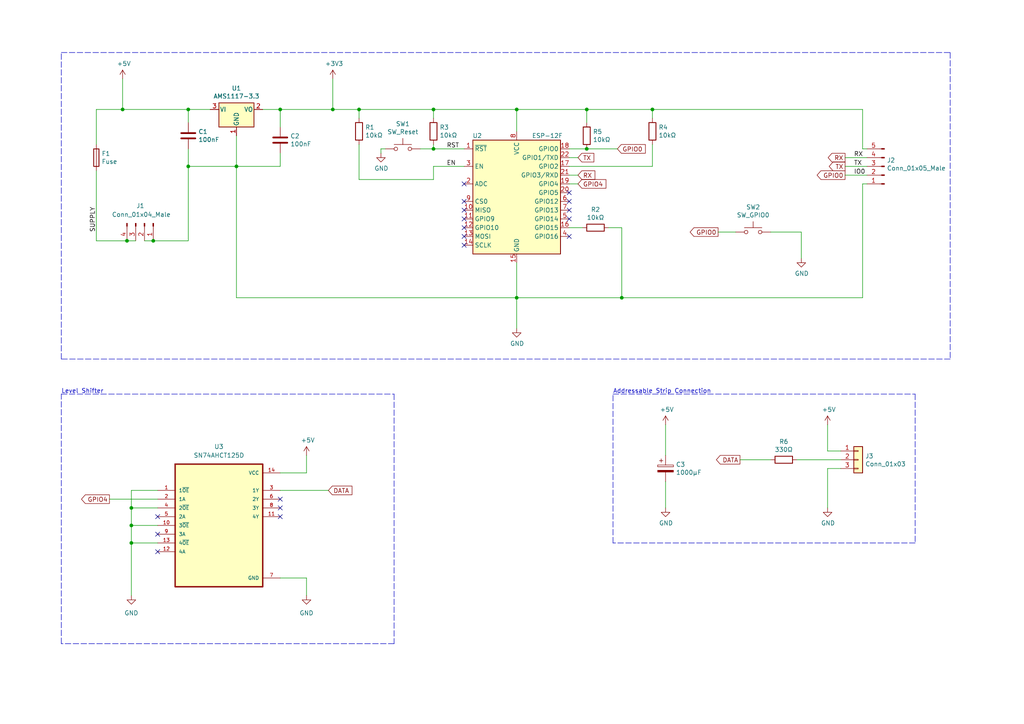
<source format=kicad_sch>
(kicad_sch (version 20211123) (generator eeschema)
  (paper "A4")
  (title_block (title "WS2812 Controller") (date "2022-01-30") (rev "0.6") (company "haus-automatisierung.com") (comment 1 "Matthias Kleine"))
  (lib_symbols
    (symbol "Connector:Conn_01x04_Male" (pin_names (offset 1.016) hide)
      (property "Reference" "J" (at 0 5.08 0))
      (property "Value" "Conn_01x04_Male" (at 0 -7.62 0))
      (symbol "Conn_01x04_Male_1_1"
        (polyline (pts (xy 1.27 -5.08) (xy 0.8636 -5.08)) (stroke (width 0.1524)))
        (polyline (pts (xy 1.27 -2.54) (xy 0.8636 -2.54)) (stroke (width 0.1524)))
        (polyline (pts (xy 1.27 0) (xy 0.8636 0)) (stroke (width 0.1524)))
        (polyline (pts (xy 1.27 2.54) (xy 0.8636 2.54)) (stroke (width 0.1524)))
        (rectangle (start 0.8636 -4.953) (end 0 -5.207) (stroke (width 0.1524)) (fill (type outline)))
        (rectangle (start 0.8636 -2.413) (end 0 -2.667) (stroke (width 0.1524)) (fill (type outline)))
        (rectangle (start 0.8636 0.127) (end 0 -0.127) (stroke (width 0.1524)) (fill (type outline)))
        (rectangle (start 0.8636 2.667) (end 0 2.413) (stroke (width 0.1524)) (fill (type outline)))
        (pin passive line (at 5.08 2.54 180) (length 3.81) (name "Pin_1") (number "1"))
        (pin passive line (at 5.08 0 180) (length 3.81) (name "Pin_2") (number "2"))
        (pin passive line (at 5.08 -2.54 180) (length 3.81) (name "Pin_3") (number "3"))
        (pin passive line (at 5.08 -5.08 180) (length 3.81) (name "Pin_4") (number "4"))
      )
    )
    (symbol "Connector:Conn_01x05_Male" (pin_names (offset 1.016) hide)
      (property "Reference" "J" (at 0 7.62 0))
      (property "Value" "Conn_01x05_Male" (at 0 -7.62 0))
      (symbol "Conn_01x05_Male_1_1"
        (polyline (pts (xy 1.27 -5.08) (xy 0.8636 -5.08)) (stroke (width 0.1524)))
        (polyline (pts (xy 1.27 -2.54) (xy 0.8636 -2.54)) (stroke (width 0.1524)))
        (polyline (pts (xy 1.27 0) (xy 0.8636 0)) (stroke (width 0.1524)))
        (polyline (pts (xy 1.27 2.54) (xy 0.8636 2.54)) (stroke (width 0.1524)))
        (polyline (pts (xy 1.27 5.08) (xy 0.8636 5.08)) (stroke (width 0.1524)))
        (rectangle (start 0.8636 -4.953) (end 0 -5.207) (stroke (width 0.1524)) (fill (type outline)))
        (rectangle (start 0.8636 -2.413) (end 0 -2.667) (stroke (width 0.1524)) (fill (type outline)))
        (rectangle (start 0.8636 0.127) (end 0 -0.127) (stroke (width 0.1524)) (fill (type outline)))
        (rectangle (start 0.8636 2.667) (end 0 2.413) (stroke (width 0.1524)) (fill (type outline)))
        (rectangle (start 0.8636 5.207) (end 0 4.953) (stroke (width 0.1524)) (fill (type outline)))
        (pin passive line (at 5.08 5.08 180) (length 3.81) (name "Pin_1") (number "1"))
        (pin passive line (at 5.08 2.54 180) (length 3.81) (name "Pin_2") (number "2"))
        (pin passive line (at 5.08 0 180) (length 3.81) (name "Pin_3") (number "3"))
        (pin passive line (at 5.08 -2.54 180) (length 3.81) (name "Pin_4") (number "4"))
        (pin passive line (at 5.08 -5.08 180) (length 3.81) (name "Pin_5") (number "5"))
      )
    )
    (symbol "Connector_Generic:Conn_01x03" (pin_names (offset 1.016) hide)
      (property "Reference" "J" (at 0 5.08 0))
      (property "Value" "Conn_01x03" (at 0 -5.08 0))
      (symbol "Conn_01x03_1_1"
        (rectangle (start -1.27 -2.413) (end 0 -2.667) (stroke (width 0.1524)))
        (rectangle (start -1.27 0.127) (end 0 -0.127) (stroke (width 0.1524)))
        (rectangle (start -1.27 2.667) (end 0 2.413) (stroke (width 0.1524)))
        (rectangle (start -1.27 3.81) (end 1.27 -3.81) (stroke (width 0.254)) (fill (type background)))
        (pin passive line (at -5.08 2.54 0) (length 3.81) (name "Pin_1") (number "1"))
        (pin passive line (at -5.08 0 0) (length 3.81) (name "Pin_2") (number "2"))
        (pin passive line (at -5.08 -2.54 0) (length 3.81) (name "Pin_3") (number "3"))
      )
    )
    (symbol "Device:C" (pin_numbers hide) (pin_names (offset 0.254))
      (property "Reference" "C" (at 0.635 2.54 0))
      (property "Value" "C" (at 0.635 -2.54 0))
      (symbol "C_0_1"
        (polyline (pts (xy -2.032 -0.762) (xy 2.032 -0.762)) (stroke (width 0.508)))
        (polyline (pts (xy -2.032 0.762) (xy 2.032 0.762)) (stroke (width 0.508)))
      )
      (symbol "C_1_1"
        (pin passive line (at 0 3.81 270) (length 2.794) (name "~") (number "1"))
        (pin passive line (at 0 -3.81 90) (length 2.794) (name "~") (number "2"))
      )
    )
    (symbol "Device:CP" (pin_numbers hide) (pin_names (offset 0.254))
      (property "Reference" "C" (at 0.635 2.54 0))
      (property "Value" "Device_CP" (at 0.635 -2.54 0))
      (symbol "CP_0_1"
        (rectangle (start -2.286 0.508) (end 2.286 1.016))
        (polyline (pts (xy -1.778 2.286) (xy -0.762 2.286)))
        (polyline (pts (xy -1.27 2.794) (xy -1.27 1.778)))
        (rectangle (start 2.286 -0.508) (end -2.286 -1.016) (fill (type outline)))
      )
      (symbol "CP_1_1"
        (pin passive line (at 0 3.81 270) (length 2.794) (name "~") (number "1"))
        (pin passive line (at 0 -3.81 90) (length 2.794) (name "~") (number "2"))
      )
    )
    (symbol "Device:Fuse" (pin_numbers hide) (pin_names (offset 0))
      (property "Reference" "F" (at 2.032 0 90))
      (property "Value" "Fuse" (at -1.905 0 90))
      (symbol "Fuse_0_1"
        (rectangle (start -0.762 -2.54) (end 0.762 2.54) (stroke (width 0.254)))
        (polyline (pts (xy 0 2.54) (xy 0 -2.54)))
      )
      (symbol "Fuse_1_1"
        (pin passive line (at 0 3.81 270) (length 1.27) (name "~") (number "1"))
        (pin passive line (at 0 -3.81 90) (length 1.27) (name "~") (number "2"))
      )
    )
    (symbol "Device:R" (pin_numbers hide) (pin_names (offset 0))
      (property "Reference" "R" (at 2.032 0 90))
      (property "Value" "R" (at 0 0 90))
      (symbol "R_0_1"
        (rectangle (start -1.016 -2.54) (end 1.016 2.54) (stroke (width 0.254)))
      )
      (symbol "R_1_1"
        (pin passive line (at 0 3.81 270) (length 1.27) (name "~") (number "1"))
        (pin passive line (at 0 -3.81 90) (length 1.27) (name "~") (number "2"))
      )
    )
    (symbol "RF_Module:ESP-12F"
      (property "Reference" "U" (at -12.7 19.05 0))
      (property "Value" "ESP-12F" (at 12.7 19.05 0))
      (symbol "ESP-12F_0_1"
        (rectangle (start -12.7 17.78) (end 12.7 -15.24) (stroke (width 0.254)) (fill (type background)))
      )
      (symbol "ESP-12F_1_1"
        (pin input line (at -15.24 15.24 0) (length 2.54) (name "~{RST}") (number "1"))
        (pin bidirectional line (at -15.24 -2.54 0) (length 2.54) (name "MISO") (number "10"))
        (pin bidirectional line (at -15.24 -5.08 0) (length 2.54) (name "GPIO9") (number "11"))
        (pin bidirectional line (at -15.24 -7.62 0) (length 2.54) (name "GPIO10") (number "12"))
        (pin bidirectional line (at -15.24 -10.16 0) (length 2.54) (name "MOSI") (number "13"))
        (pin bidirectional line (at -15.24 -12.7 0) (length 2.54) (name "SCLK") (number "14"))
        (pin power_in line (at 0 -17.78 90) (length 2.54) (name "GND") (number "15"))
        (pin bidirectional line (at 15.24 -7.62 180) (length 2.54) (name "GPIO15") (number "16"))
        (pin bidirectional line (at 15.24 10.16 180) (length 2.54) (name "GPIO2") (number "17"))
        (pin bidirectional line (at 15.24 15.24 180) (length 2.54) (name "GPIO0") (number "18"))
        (pin bidirectional line (at 15.24 5.08 180) (length 2.54) (name "GPIO4") (number "19"))
        (pin input line (at -15.24 5.08 0) (length 2.54) (name "ADC") (number "2"))
        (pin bidirectional line (at 15.24 2.54 180) (length 2.54) (name "GPIO5") (number "20"))
        (pin bidirectional line (at 15.24 7.62 180) (length 2.54) (name "GPIO3/RXD") (number "21"))
        (pin bidirectional line (at 15.24 12.7 180) (length 2.54) (name "GPIO1/TXD") (number "22"))
        (pin input line (at -15.24 10.16 0) (length 2.54) (name "EN") (number "3"))
        (pin bidirectional line (at 15.24 -10.16 180) (length 2.54) (name "GPIO16") (number "4"))
        (pin bidirectional line (at 15.24 -5.08 180) (length 2.54) (name "GPIO14") (number "5"))
        (pin bidirectional line (at 15.24 0 180) (length 2.54) (name "GPIO12") (number "6"))
        (pin bidirectional line (at 15.24 -2.54 180) (length 2.54) (name "GPIO13") (number "7"))
        (pin power_in line (at 0 20.32 270) (length 2.54) (name "VCC") (number "8"))
        (pin input line (at -15.24 0 0) (length 2.54) (name "CS0") (number "9"))
      )
    )
    (symbol "Regulator_Linear:AMS1117-3.3" (pin_names (offset 0.254))
      (property "Reference" "U" (at -3.81 3.175 0))
      (property "Value" "AMS1117-3.3" (at 0 3.175 0))
      (symbol "AMS1117-3.3_0_1"
        (rectangle (start -5.08 -5.08) (end 5.08 1.905) (stroke (width 0.254)) (fill (type background)))
      )
      (symbol "AMS1117-3.3_1_1"
        (pin power_in line (at 0 -7.62 90) (length 2.54) (name "GND") (number "1"))
        (pin power_out line (at 7.62 0 180) (length 2.54) (name "VO") (number "2"))
        (pin power_in line (at -7.62 0 0) (length 2.54) (name "VI") (number "3"))
      )
    )
    (symbol "SN74AHCT125D:SN74AHCT125D" (pin_names (offset 1.016))
      (property "Reference" "U" (at -1.27 17.78 0))
      (property "Value" "SN74AHCT125D" (at -7.62 -20.32 0))
      (symbol "SN74AHCT125D_0_0"
        (rectangle (start -12.7 -17.78) (end 12.7 17.78) (stroke (width 0.41)) (fill (type background)))
        (pin input line (at -17.78 10.16 0) (length 5.08) (name "1~{OE}") (number "1"))
        (pin input line (at -17.78 0 0) (length 5.08) (name "3~{OE}") (number "10"))
        (pin output line (at 17.78 2.54 180) (length 5.08) (name "4Y") (number "11"))
        (pin input line (at -17.78 -7.62 0) (length 5.08) (name "4A") (number "12"))
        (pin input line (at -17.78 -5.08 0) (length 5.08) (name "4~{OE}") (number "13"))
        (pin power_in line (at 17.78 15.24 180) (length 5.08) (name "VCC") (number "14"))
        (pin input line (at -17.78 7.62 0) (length 5.08) (name "1A") (number "2"))
        (pin output line (at 17.78 10.16 180) (length 5.08) (name "1Y") (number "3"))
        (pin input line (at -17.78 5.08 0) (length 5.08) (name "2~{OE}") (number "4"))
        (pin input line (at -17.78 2.54 0) (length 5.08) (name "2A") (number "5"))
        (pin output line (at 17.78 7.62 180) (length 5.08) (name "2Y") (number "6"))
        (pin power_in line (at 17.78 -15.24 180) (length 5.08) (name "GND") (number "7"))
        (pin output line (at 17.78 5.08 180) (length 5.08) (name "3Y") (number "8"))
        (pin input line (at -17.78 -2.54 0) (length 5.08) (name "3A") (number "9"))
      )
    )
    (symbol "Switch:SW_Push" (pin_numbers hide) (pin_names (offset 1.016) hide)
      (property "Reference" "SW" (at 1.27 2.54 0))
      (property "Value" "SW_Push" (at 0 -1.524 0))
      (symbol "SW_Push_0_1"
        (circle (center -2.032 0) (radius 0.508))
        (polyline (pts (xy 0 1.27) (xy 0 3.048)))
        (polyline (pts (xy 2.54 1.27) (xy -2.54 1.27)))
        (circle (center 2.032 0) (radius 0.508))
        (pin passive line (at -5.08 0 0) (length 2.54) (name "1") (number "1"))
        (pin passive line (at 5.08 0 180) (length 2.54) (name "2") (number "2"))
      )
    )
    (symbol "power:+3V3" (power) (pin_names (offset 0))
      (property "Value" "+3V3" (at 0 3.556 0))
      (symbol "+3V3_0_1"
        (polyline (pts (xy -0.762 1.27) (xy 0 2.54)))
        (polyline (pts (xy 0 0) (xy 0 2.54)))
        (polyline (pts (xy 0 2.54) (xy 0.762 1.27)))
      )
      (symbol "+3V3_1_1"
        (pin power_in line (at 0 0 90) (length 0) hide (name "+3V3") (number "1"))
      )
    )
    (symbol "power:+5V" (power) (pin_names (offset 0))
      (property "Value" "+5V" (at 0 3.556 0))
      (symbol "+5V_0_1"
        (polyline (pts (xy -0.762 1.27) (xy 0 2.54)))
        (polyline (pts (xy 0 0) (xy 0 2.54)))
        (polyline (pts (xy 0 2.54) (xy 0.762 1.27)))
      )
      (symbol "+5V_1_1"
        (pin power_in line (at 0 0 90) (length 0) hide (name "+5V") (number "1"))
      )
    )
    (symbol "power:GND" (power) (pin_names (offset 0))
      (property "Value" "GND" (at 0 -3.81 0))
      (symbol "GND_0_1"
        (polyline (pts (xy 0 0) (xy 0 -1.27) (xy 1.27 -1.27) (xy 0 -2.54) (xy -1.27 -1.27) (xy 0 -1.27)))
      )
      (symbol "GND_1_1"
        (pin power_in line (at 0 0 270) (length 0) hide (name "GND") (number "1"))
      )
    )
  )
  (junction (at 36.83 69.85))
  (junction (at 35.56 31.75))
  (junction (at 180.34 86.36))
  (junction (at 125.73 31.75))
  (junction (at 81.28 31.75))
  (junction (at 149.86 86.36))
  (junction (at 149.86 31.75))
  (junction (at 125.73 43.18))
  (junction (at 68.58 48.26))
  (junction (at 170.18 31.75))
  (junction (at 170.18 43.18))
  (junction (at 104.14 31.75))
  (junction (at 54.61 48.26))
  (junction (at 38.1 147.32))
  (junction (at 38.1 157.48))
  (junction (at 189.23 31.75))
  (junction (at 54.61 31.75))
  (junction (at 44.45 69.85))
  (junction (at 96.52 31.75))
  (junction (at 38.1 152.4))
  (no_connect (at 165.1 55.88))
  (no_connect (at 134.62 53.34))
  (no_connect (at 134.62 68.58))
  (no_connect (at 165.1 60.96))
  (no_connect (at 134.62 58.42))
  (no_connect (at 134.62 60.96))
  (no_connect (at 134.62 71.12))
  (no_connect (at 134.62 66.04))
  (no_connect (at 165.1 68.58))
  (no_connect (at 81.28 147.32))
  (no_connect (at 81.28 149.86))
  (no_connect (at 45.72 160.02))
  (no_connect (at 81.28 144.78))
  (no_connect (at 45.72 149.86))
  (no_connect (at 45.72 154.94))
  (no_connect (at 165.1 63.5))
  (no_connect (at 165.1 58.42))
  (no_connect (at 134.62 63.5))
  (wire (pts (xy 193.04 147.32) (xy 193.04 139.7)))
  (polyline (pts (xy 17.78 186.69) (xy 17.78 114.3)))
  (polyline (pts (xy 17.78 15.24) (xy 275.59 15.24)))
  (wire (pts (xy 245.11 50.8) (xy 251.46 50.8)))
  (wire (pts (xy 35.56 31.75) (xy 35.56 22.86)))
  (wire (pts (xy 250.19 43.18) (xy 250.19 31.75)))
  (polyline (pts (xy 114.3 186.69) (xy 17.78 186.69)))
  (wire (pts (xy 54.61 31.75) (xy 60.96 31.75)))
  (wire (pts (xy 81.28 31.75) (xy 96.52 31.75)))
  (wire (pts (xy 170.18 35.56) (xy 170.18 31.75)))
  (wire (pts (xy 125.73 52.07) (xy 104.14 52.07)))
  (wire (pts (xy 104.14 34.29) (xy 104.14 31.75)))
  (wire (pts (xy 104.14 52.07) (xy 104.14 41.91)))
  (wire (pts (xy 149.86 31.75) (xy 149.86 38.1)))
  (wire (pts (xy 232.41 67.31) (xy 232.41 74.93)))
  (wire (pts (xy 54.61 43.18) (xy 54.61 48.26)))
  (wire (pts (xy 125.73 48.26) (xy 125.73 52.07)))
  (wire (pts (xy 167.64 50.8) (xy 165.1 50.8)))
  (wire (pts (xy 167.64 53.34) (xy 165.1 53.34)))
  (wire (pts (xy 125.73 43.18) (xy 121.92 43.18)))
  (wire (pts (xy 208.28 67.31) (xy 213.36 67.31)))
  (wire (pts (xy 38.1 147.32) (xy 38.1 152.4)))
  (wire (pts (xy 214.63 133.35) (xy 223.52 133.35)))
  (wire (pts (xy 240.03 135.89) (xy 243.84 135.89)))
  (wire (pts (xy 76.2 31.75) (xy 81.28 31.75)))
  (wire (pts (xy 41.91 69.85) (xy 44.45 69.85)))
  (wire (pts (xy 39.37 69.85) (xy 36.83 69.85)))
  (wire (pts (xy 189.23 34.29) (xy 189.23 31.75)))
  (wire (pts (xy 96.52 22.86) (xy 96.52 31.75)))
  (wire (pts (xy 245.11 45.72) (xy 251.46 45.72)))
  (wire (pts (xy 189.23 48.26) (xy 189.23 41.91)))
  (wire (pts (xy 38.1 157.48) (xy 45.72 157.48)))
  (wire (pts (xy 31.75 144.78) (xy 45.72 144.78)))
  (wire (pts (xy 54.61 48.26) (xy 68.58 48.26)))
  (polyline (pts (xy 275.59 104.14) (xy 17.78 104.14)))
  (wire (pts (xy 81.28 36.83) (xy 81.28 31.75)))
  (wire (pts (xy 165.1 43.18) (xy 170.18 43.18)))
  (wire (pts (xy 44.45 69.85) (xy 54.61 69.85)))
  (wire (pts (xy 149.86 31.75) (xy 170.18 31.75)))
  (wire (pts (xy 81.28 44.45) (xy 81.28 48.26)))
  (wire (pts (xy 88.9 172.72) (xy 88.9 167.64)))
  (polyline (pts (xy 265.43 114.3) (xy 265.43 157.48)))
  (wire (pts (xy 168.91 66.04) (xy 165.1 66.04)))
  (wire (pts (xy 96.52 31.75) (xy 104.14 31.75)))
  (wire (pts (xy 36.83 69.85) (xy 27.94 69.85)))
  (wire (pts (xy 125.73 34.29) (xy 125.73 31.75)))
  (polyline (pts (xy 275.59 15.24) (xy 275.59 104.14)))
  (wire (pts (xy 110.49 43.18) (xy 110.49 44.45)))
  (wire (pts (xy 251.46 53.34) (xy 250.19 53.34)))
  (wire (pts (xy 125.73 31.75) (xy 149.86 31.75)))
  (wire (pts (xy 189.23 31.75) (xy 170.18 31.75)))
  (wire (pts (xy 134.62 43.18) (xy 125.73 43.18)))
  (wire (pts (xy 38.1 157.48) (xy 38.1 172.72)))
  (wire (pts (xy 250.19 53.34) (xy 250.19 86.36)))
  (wire (pts (xy 149.86 76.2) (xy 149.86 86.36)))
  (polyline (pts (xy 17.78 114.3) (xy 114.3 114.3)))
  (wire (pts (xy 240.03 147.32) (xy 240.03 135.89)))
  (polyline (pts (xy 17.78 104.14) (xy 17.78 15.24)))
  (wire (pts (xy 88.9 132.08) (xy 88.9 137.16)))
  (wire (pts (xy 240.03 130.81) (xy 243.84 130.81)))
  (wire (pts (xy 27.94 31.75) (xy 35.56 31.75)))
  (wire (pts (xy 54.61 35.56) (xy 54.61 31.75)))
  (wire (pts (xy 68.58 48.26) (xy 81.28 48.26)))
  (wire (pts (xy 193.04 123.19) (xy 193.04 132.08)))
  (wire (pts (xy 149.86 86.36) (xy 149.86 95.25)))
  (wire (pts (xy 38.1 142.24) (xy 38.1 147.32)))
  (wire (pts (xy 111.76 43.18) (xy 110.49 43.18)))
  (wire (pts (xy 180.34 86.36) (xy 250.19 86.36)))
  (wire (pts (xy 240.03 123.19) (xy 240.03 130.81)))
  (wire (pts (xy 251.46 43.18) (xy 250.19 43.18)))
  (wire (pts (xy 81.28 142.24) (xy 95.25 142.24)))
  (wire (pts (xy 189.23 31.75) (xy 250.19 31.75)))
  (wire (pts (xy 165.1 48.26) (xy 189.23 48.26)))
  (wire (pts (xy 104.14 31.75) (xy 125.73 31.75)))
  (wire (pts (xy 232.41 67.31) (xy 223.52 67.31)))
  (wire (pts (xy 27.94 41.91) (xy 27.94 31.75)))
  (polyline (pts (xy 177.8 114.3) (xy 265.43 114.3)))
  (wire (pts (xy 38.1 152.4) (xy 45.72 152.4)))
  (wire (pts (xy 54.61 69.85) (xy 54.61 48.26)))
  (wire (pts (xy 167.64 45.72) (xy 165.1 45.72)))
  (wire (pts (xy 88.9 137.16) (xy 81.28 137.16)))
  (wire (pts (xy 180.34 66.04) (xy 180.34 86.36)))
  (wire (pts (xy 149.86 86.36) (xy 180.34 86.36)))
  (wire (pts (xy 45.72 142.24) (xy 38.1 142.24)))
  (wire (pts (xy 231.14 133.35) (xy 243.84 133.35)))
  (wire (pts (xy 38.1 147.32) (xy 45.72 147.32)))
  (wire (pts (xy 125.73 41.91) (xy 125.73 43.18)))
  (wire (pts (xy 88.9 167.64) (xy 81.28 167.64)))
  (wire (pts (xy 68.58 39.37) (xy 68.58 48.26)))
  (polyline (pts (xy 114.3 114.3) (xy 114.3 186.69)))
  (polyline (pts (xy 265.43 157.48) (xy 177.8 157.48)))
  (wire (pts (xy 68.58 48.26) (xy 68.58 86.36)))
  (wire (pts (xy 68.58 86.36) (xy 149.86 86.36)))
  (wire (pts (xy 134.62 48.26) (xy 125.73 48.26)))
  (wire (pts (xy 179.07 43.18) (xy 170.18 43.18)))
  (wire (pts (xy 176.53 66.04) (xy 180.34 66.04)))
  (wire (pts (xy 245.11 48.26) (xy 251.46 48.26)))
  (wire (pts (xy 35.56 31.75) (xy 54.61 31.75)))
  (wire (pts (xy 38.1 152.4) (xy 38.1 157.48)))
  (polyline (pts (xy 177.8 157.48) (xy 177.8 114.3)))
  (wire (pts (xy 27.94 69.85) (xy 27.94 49.53)))
  (text "Addressable Strip Connection" (at 177.8 114.3 0) (effects (font (size 1.27 1.27)) (justify left bottom)))
  (text "Level Shifter" (at 17.78 114.3 0) (effects (font (size 1.27 1.27)) (justify left bottom)))
  (label "TX" (at 247.65 48.26 0))
  (label "RX" (at 247.65 45.72 0))
  (label "IO0" (at 247.65 50.8 0))
  (label "EN" (at 129.54 48.26 0))
  (label "SUPPLY" (at 27.94 67.31 90))
  (label "RST" (at 129.54 43.18 0))
  (global_label "GPIO0" (shape output) (at 208.28 67.31 180) (property "Intersheet References" "${INTERSHEET_REFS}" (effects hide)))
  (global_label "DATA" (shape output) (at 214.63 133.35 180) (property "Intersheet References" "${INTERSHEET_REFS}" (effects hide)))
  (global_label "GPIO0" (shape output) (at 245.11 50.8 180) (property "Intersheet References" "${INTERSHEET_REFS}" (effects hide)))
  (global_label "RX" (shape output) (at 245.11 45.72 180) (property "Intersheet References" "${INTERSHEET_REFS}" (effects hide)))
  (global_label "TX" (shape output) (at 245.11 48.26 180) (property "Intersheet References" "${INTERSHEET_REFS}" (effects hide)))
  (global_label "RX" (shape input) (at 167.64 50.8 0) (property "Intersheet References" "${INTERSHEET_REFS}" (effects hide)))
  (global_label "TX" (shape input) (at 167.64 45.72 0) (property "Intersheet References" "${INTERSHEET_REFS}" (effects hide)))
  (global_label "GPIO0" (shape input) (at 179.07 43.18 0) (property "Intersheet References" "${INTERSHEET_REFS}" (effects hide)))
  (global_label "GPIO4" (shape input) (at 167.64 53.34 0) (property "Intersheet References" "${INTERSHEET_REFS}" (effects hide)))
  (global_label "GPIO4" (shape output) (at 31.75 144.78 180) (property "Intersheet References" "${INTERSHEET_REFS}" (effects hide)))
  (global_label "DATA" (shape input) (at 95.25 142.24 0) (property "Intersheet References" "${INTERSHEET_REFS}" (effects hide)))
  (symbol (lib_id "RF_Module:ESP-12F") (at 149.86 58.42 0) (unit 1)
    (property "Reference" "U2" (at 138.43 39.37 0))
    (property "Value" "ESP-12F" (at 158.75 39.37 0))
    (property "Footprint" "RF_Module:ESP-12E" (effects hide))
    (property "Datasheet" "http://wiki.ai-thinker.com/_media/esp8266/esp8266_series_modules_user_manual_v1.1.pdf" (effects hide))
    (property "JLCPCB Part #" "C82891" (effects hide))
  )
  (symbol (lib_id "Device:R") (at 172.72 66.04 90) (unit 1)
    (property "Reference" "R2" (at 172.72 60.7822 90))
    (property "Value" "10kΩ" (at 172.72 63.0936 90))
    (property "Footprint" "Resistor_SMD:R_0805_2012Metric" (effects hide))
    (property "JLCPCB Part #" "C416062" (effects hide))
  )
  (symbol (lib_id "power:GND") (at 149.86 95.25 0) (unit 1)
    (property "Reference" "#PWR04" (effects hide))
    (property "Value" "GND" (at 149.987 99.6442 0))
  )
  (symbol (lib_id "power:+5V") (at 35.56 22.86 0) (unit 1)
    (property "Reference" "#PWR01" (effects hide))
    (property "Value" "+5V" (at 35.941 18.4658 0))
  )
  (symbol (lib_id "Regulator_Linear:AMS1117-3.3") (at 68.58 31.75 0) (unit 1)
    (property "Reference" "U1" (at 68.58 25.6032 0))
    (property "Value" "AMS1117-3.3" (at 68.58 27.9146 0))
    (property "Footprint" "Package_TO_SOT_SMD:SOT-223-3_TabPin2" (effects hide))
    (property "Datasheet" "http://www.advanced-monolithic.com/pdf/ds1117.pdf" (effects hide))
    (property "JLCPCB Part #" "C6186" (effects hide))
  )
  (symbol (lib_id "Switch:SW_Push") (at 218.44 67.31 0) (unit 1)
    (property "Reference" "SW2" (at 218.44 60.071 0))
    (property "Value" "SW_GPIO0" (at 218.44 62.3824 0))
    (property "Footprint" "Button_Switch_SMD:SW_Push_1P1T_NO_CK_KMR2" (effects hide))
    (property "JLCPCB Part #" "C72443" (effects hide))
  )
  (symbol (lib_id "Switch:SW_Push") (at 116.84 43.18 0) (unit 1)
    (property "Reference" "SW1" (at 116.84 35.941 0))
    (property "Value" "SW_Reset" (at 116.84 38.2524 0))
    (property "Footprint" "Button_Switch_SMD:SW_Push_1P1T_NO_CK_KMR2" (effects hide))
    (property "JLCPCB Part #" "C72443" (effects hide))
  )
  (symbol (lib_id "power:+3V3") (at 96.52 22.86 0) (unit 1)
    (property "Reference" "#PWR02" (effects hide))
    (property "Value" "+3V3" (at 96.901 18.4658 0))
  )
  (symbol (lib_id "Device:C") (at 54.61 39.37 0) (unit 1)
    (property "Reference" "C1" (at 57.531 38.2016 0) (effects (justify left)))
    (property "Value" "100nF" (at 57.531 40.513 0) (effects (justify left)))
    (property "Footprint" "Capacitor_SMD:C_0805_2012Metric" (effects hide))
    (property "JLCPCB Part #" "C495959" (effects hide))
  )
  (symbol (lib_id "Device:R") (at 104.14 38.1 0) (unit 1)
    (property "Reference" "R1" (at 105.918 36.9316 0) (effects (justify left)))
    (property "Value" "10kΩ" (at 105.918 39.243 0) (effects (justify left)))
    (property "Footprint" "Resistor_SMD:R_0805_2012Metric" (effects hide))
    (property "JLCPCB Part #" "C416062" (effects hide))
  )
  (symbol (lib_id "Connector:Conn_01x05_Male") (at 256.54 48.26 180) (unit 1)
    (property "Reference" "J2" (at 257.2258 46.482 0) (effects (justify right)))
    (property "Value" "Conn_01x05_Male" (at 257.2258 48.7934 0) (effects (justify right)))
    (property "Footprint" "Connector_PinHeader_2.54mm:PinHeader_1x05_P2.54mm_Vertical" (effects hide))
    (property "JLCPCB Part #" "C5156614" (effects hide))
  )
  (symbol (lib_id "Device:C") (at 81.28 40.64 0) (unit 1)
    (property "Reference" "C2" (at 84.201 39.4716 0) (effects (justify left)))
    (property "Value" "100nF" (at 84.201 41.783 0) (effects (justify left)))
    (property "Footprint" "Capacitor_SMD:C_0805_2012Metric" (effects hide))
    (property "JLCPCB Part #" "C495959" (effects hide))
  )
  (symbol (lib_id "power:GND") (at 110.49 44.45 0) (unit 1)
    (property "Reference" "#PWR0103" (effects hide))
    (property "Value" "GND" (at 110.617 48.8442 0))
  )
  (symbol (lib_id "Device:R") (at 189.23 38.1 0) (unit 1)
    (property "Reference" "R4" (at 191.008 36.9316 0) (effects (justify left)))
    (property "Value" "10kΩ" (at 191.008 39.243 0) (effects (justify left)))
    (property "Footprint" "Resistor_SMD:R_0805_2012Metric" (effects hide))
    (property "JLCPCB Part #" "C416062" (effects hide))
  )
  (symbol (lib_id "power:GND") (at 232.41 74.93 0) (unit 1)
    (property "Reference" "#PWR05" (effects hide))
    (property "Value" "GND" (at 232.537 79.3242 0))
  )
  (symbol (lib_id "Device:R") (at 170.18 39.37 0) (unit 1)
    (property "Reference" "R5" (at 171.958 38.2016 0) (effects (justify left)))
    (property "Value" "10kΩ" (at 171.958 40.513 0) (effects (justify left)))
    (property "Footprint" "Resistor_SMD:R_0805_2012Metric" (effects hide))
    (property "JLCPCB Part #" "C416062" (effects hide))
  )
  (symbol (lib_id "Device:R") (at 125.73 38.1 0) (unit 1)
    (property "Reference" "R3" (at 127.508 36.9316 0) (effects (justify left)))
    (property "Value" "10kΩ" (at 127.508 39.243 0) (effects (justify left)))
    (property "Footprint" "Resistor_SMD:R_0805_2012Metric" (effects hide))
    (property "JLCPCB Part #" "C416062" (effects hide))
  )
  (symbol (lib_id "Device:CP") (at 193.04 135.89 0) (unit 1)
    (property "Reference" "C3" (at 196.0372 134.7216 0) (effects (justify left)))
    (property "Value" "1000µF" (at 196.0372 137.033 0) (effects (justify left)))
    (property "Footprint" "Capacitor_THT:CP_Radial_D8.0mm_P3.50mm" (effects hide))
    (property "JLCPCB Part #" "C189254" (effects hide))
  )
  (symbol (lib_id "power:+5V") (at 193.04 123.19 0) (unit 1)
    (property "Reference" "#PWR03" (effects hide))
    (property "Value" "+5V" (at 193.421 118.7958 0))
  )
  (symbol (lib_id "power:GND") (at 193.04 147.32 0) (unit 1)
    (property "Reference" "#PWR06" (effects hide))
    (property "Value" "GND" (at 193.167 151.7142 0))
  )
  (symbol (lib_id "Connector_Generic:Conn_01x03") (at 248.92 133.35 0) (unit 1)
    (property "Reference" "J3" (at 250.952 132.2832 0) (effects (justify left)))
    (property "Value" "Conn_01x03" (at 250.952 134.5946 0) (effects (justify left)))
    (property "Footprint" "TerminalBlock_Phoenix:TerminalBlock_Phoenix_MPT-0,5-3-2.54_1x03_P2.54mm_Horizontal" (effects hide))
    (property "JLCPCB Part #" "C474921" (effects hide))
  )
  (symbol (lib_id "Device:R") (at 227.33 133.35 270) (unit 1)
    (property "Reference" "R6" (at 227.33 128.0922 90))
    (property "Value" "330Ω" (at 227.33 130.4036 90))
    (property "Footprint" "Resistor_SMD:R_0805_2012Metric" (effects hide))
    (property "JLCPCB Part #" "C328393" (effects hide))
  )
  (symbol (lib_id "power:+5V") (at 240.03 123.19 0) (unit 1)
    (property "Reference" "#PWR0101" (effects hide))
    (property "Value" "+5V" (at 240.411 118.7958 0))
  )
  (symbol (lib_id "power:GND") (at 240.03 147.32 0) (unit 1)
    (property "Reference" "#PWR0102" (effects hide))
    (property "Value" "GND" (at 240.157 151.7142 0))
  )
  (symbol (lib_id "Device:Fuse") (at 27.94 45.72 0) (unit 1)
    (property "Reference" "F1" (at 29.464 44.5516 0) (effects (justify left)))
    (property "Value" "Fuse" (at 29.464 46.863 0) (effects (justify left)))
    (property "Footprint" "PTF-77:PTF_77" (effects hide))
    (property "JLCPCB Part #" "C717030" (effects hide))
  )
  (symbol (lib_id "Connector:Conn_01x04_Male") (at 41.91 64.77 270) (unit 1)
    (property "Reference" "J1" (at 41.91 59.69 90) (effects (justify right)))
    (property "Value" "Conn_01x04_Male" (at 49.53 62.23 90) (effects (justify right)))
    (property "Footprint" "TerminalBlock_Phoenix:TerminalBlock_Phoenix_MPT-0,5-4-2.54_1x04_P2.54mm_Horizontal" (effects hide))
    (property "JLCPCB Part #" "C474922" (effects hide))
  )
  (symbol (lib_id "power:GND") (at 38.1 172.72 0) (unit 1)
    (property "Reference" "#PWR0104" (effects hide))
    (property "Value" "GND" (at 38.1 177.8 0))
  )
  (symbol (lib_id "power:+5V") (at 88.9 132.08 0) (unit 1)
    (property "Reference" "#PWR0106" (effects hide))
    (property "Value" "+5V" (at 89.281 127.6858 0))
  )
  (symbol (lib_id "power:GND") (at 88.9 172.72 0) (unit 1)
    (property "Reference" "#PWR0105" (effects hide))
    (property "Value" "GND" (at 88.9 177.8 0))
  )
  (symbol (lib_id "SN74AHCT125D:SN74AHCT125D") (at 63.5 152.4 0) (unit 1)
    (property "Reference" "U3" (at 63.5 129.54 0))
    (property "Value" "SN74AHCT125D" (at 63.5 132.08 0))
    (property "Footprint" "SN74AHCT125D:SN74AHCT125D" (effects hide))
    (property "JLCPCB Part #" "C155176" (effects hide))
  )
)
</source>
